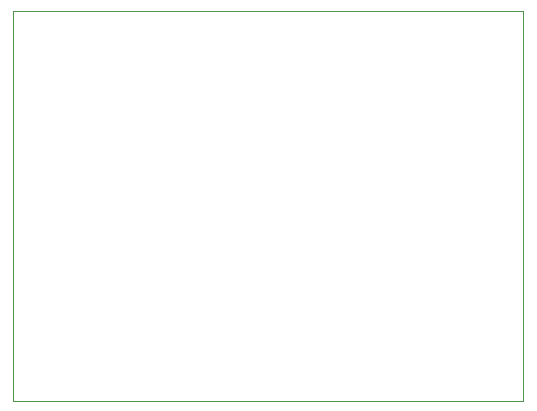
<source format=gm1>
G04 #@! TF.GenerationSoftware,KiCad,Pcbnew,(6.0.1)*
G04 #@! TF.CreationDate,2022-03-21T22:02:59-04:00*
G04 #@! TF.ProjectId,irled,69726c65-642e-46b6-9963-61645f706362,rev?*
G04 #@! TF.SameCoordinates,Original*
G04 #@! TF.FileFunction,Profile,NP*
%FSLAX46Y46*%
G04 Gerber Fmt 4.6, Leading zero omitted, Abs format (unit mm)*
G04 Created by KiCad (PCBNEW (6.0.1)) date 2022-03-21 22:02:59*
%MOMM*%
%LPD*%
G01*
G04 APERTURE LIST*
G04 #@! TA.AperFunction,Profile*
%ADD10C,0.100000*%
G04 #@! TD*
G04 APERTURE END LIST*
D10*
X177800000Y-76200000D02*
X134620000Y-76200000D01*
X177800000Y-109220000D02*
X177800000Y-76200000D01*
X172720000Y-109220000D02*
X177800000Y-109220000D01*
X134620000Y-109220000D02*
X172720000Y-109220000D01*
X134620000Y-76200000D02*
X134620000Y-109220000D01*
M02*

</source>
